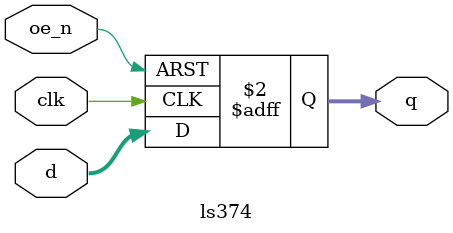
<source format=v>

/*     _____________
     _|             |_
a1  |_|1          14|_| VCC
     _|             |_                     
b1  |_|2          13|_| a4
     _|             |_
y1  |_|3          12|_| b4
     _|             |_
a2  |_|4          11|_| y4
     _|             |_
b2  |_|5          10|_| a3
     _|             |_
y2  |_|6           9|_| b3
     _|             |_
GND |_|7           8|_| y3
      |_____________|
*/

module ls08
(
	input  a1, a2, a3, a4,
	input  b1, b2, b3, b4,
	output y1, y2, y3, y4
);

assign y1 = a1 & b1;
assign y2 = a2 & b2;
assign y3 = a3 & b3;
assign y4 = a4 & b4;
	
endmodule

//74LS10 Chip pinout:
/*     _____________
     _|             |_
a1  |_|1          14|_| VCC
     _|             |_                     
b1  |_|2          13|_| c1
     _|             |_
a2  |_|3          12|_| y1
     _|             |_
b2  |_|4          11|_| a3
     _|             |_
c2  |_|5          10|_| b3
     _|             |_
y2  |_|6           9|_| c3
     _|             |_
GND |_|7           8|_| y3
      |_____________|
*/

module ls10
(
	input  a1, a2, a3,
	input  b1, b2, b3,
    input  c1, c2, c3,
	output y1, y2, y3
);

  assign y1 = ~(a1 & b1 & c1);
  assign y2 = ~(a2 & b2 & c2);
  assign y3 = ~(a3 & b3 & c3);
	
endmodule

//74LS42 Chip pinout:
/*     _____________
     _|             |_
0   |_|1          16|_| VCC
     _|             |_                     
1   |_|2          15|_| A  input
     _|             |_
2   |_|3          14|_| B  input
     _|             |_
3   |_|4          13|_| C  input
     _|             |_
4   |_|5          12|_| D  input
     _|             |_
5   |_|6          11|_| 9
     _|             |_
6   |_|7          10|_| 8
     _|             |_	 
GND |_|8           9|_| 7
      |_____________|
*/

module ls42
(
    input  [3:0] in,
  output reg [9:0] out
);
  // in = [DCBA]
  // out = [9876543210]
  
  always @ (*)
    case (in)
    	4'b0000: out = 10'b1111111110;
        4'b0001: out = 10'b1111111101;
        4'b0010: out = 10'b1111111011;
        4'b0011: out = 10'b1111110111;
        4'b0100: out = 10'b1111101111;
		4'b0101: out = 10'b1111011111;
        4'b0110: out = 10'b1110111111;
        4'b0111: out = 10'b1101111111;
        4'b1000: out = 10'b1011111111;
        4'b1001: out = 10'b0111111111;
        4'b1010: out = 10'b1111111111;
        4'b1011: out = 10'b1111111111;
        4'b1100: out = 10'b1111111111;
        4'b1101: out = 10'b1111111111;
        4'b1110: out = 10'b1111111111;
        4'b1111: out = 10'b1111111111;      
        default: out = 10'b1111111111;
    endcase
		
endmodule

//74LS74 Chip pinout:
/*        _____________
        _|             |_
n_clr1 |_|1          14|_| VCC
        _|             |_                     
d1     |_|2          13|_| n_clr2
        _|             |_
clk1   |_|3          12|_| d2
        _|             |_
n_pre1 |_|4          11|_| clk2
        _|             |_
q1     |_|5          10|_| n_pre2
        _|             |_
n_q1   |_|6           9|_| q2
        _|             |_
GND    |_|7           8|_| n_q2
         |_____________|
*/

module ls74
(
	input  pre_n,
	input  clr_n,
	input  clk,
	input  d,
	output reg q,
    output q_n
);

always @(posedge clk or negedge pre_n or negedge clr_n) begin
	if(!pre_n)
		q <= 1;
	else if(!clr_n)
		q <= 0;
	else
		q <= d;
end
assign q_n = ~q;

endmodule

module ls74_2
(
	input  pre_n,
	input  clr_n,
	input  clk,
	input  clk_en,
	input  d,
	output reg q,
    output q_n
);

always @(posedge clk or negedge pre_n or negedge clr_n) begin
	if(!pre_n)
		q <= 1;
	else if(!clr_n)
		q <= 0;
	else if(clk_en)
		q <= d;
end
assign q_n = ~q;

endmodule

//74LS107 Chip pinout:
/*     _____________
     _|             |_
1J  |_|1          14|_| VCC
     _|             |_                     
1nQ |_|2          13|_| 1nCLR
     _|             |_
1Q  |_|3          12|_| 1CK
     _|             |_
1K  |_|4          11|_| 2K
     _|             |_
2Q  |_|5          10|_| 2nCLR
     _|             |_
2nQ |_|6           9|_| 2CK
     _|             |_
GND |_|7           8|_| 2J
      |_____________|
*/

module ls107(
   input clr_n, 
   input clk, 
   input j, 
   input k, 
   output reg q, 
   output q_n
);

assign q_n=~q;
  always @(negedge clk or negedge clr_n) begin
	if (!clr_n) q<=1'b0; else
		case ({j, k})
		2'b00: q<=q;
		2'b01: q<=1'b0;
		2'b10: q<=1'b1;
		2'b11: q<=~q;
		endcase
  end
endmodule

//74LS138 Chip pinout
/*      _____________
      _|             |_
A    |_|1          16|_| VCC
      _|             |_                     
B    |_|2          15|_| Y0
      _|             |_
C    |_|3          14|_| Y1
      _|             |_
G_n2A|_|4          13|_| Y2
      _|             |_
G_n2B|_|5          12|_| Y3
      _|             |_
G1   |_|6          11|_| Y4
      _|             |_
Y7   |_|7          10|_| Y5
      _|             |_
GND  |_|8           9|_| Y6
       |_____________|
*/

module ls138 
(
  input G_n2A,
  input G_n2B,
  input G1,
  input [2:0] A,
  output reg [7:0] Y
);

  always @ (G_n2A,G_n2B,G1,A)
        begin
          if (!G_n2A && !G_n2B && G1) begin
            case (A)
              3'b000: Y[7:0]=8'b11111110;
              3'b001: Y[7:0]=8'b11111101;   
              3'b010: Y[7:0]=8'b11111011;
              3'b011: Y[7:0]=8'b11110111;    
              3'b100: Y[7:0]=8'b11101111;
              3'b101: Y[7:0]=8'b11011111;
              3'b110: Y[7:0]=8'b10111111;
              3'b111: Y[7:0]=8'b01111111;           
              default: Y[7:0]=8'bZZZZZZZZ;
        	endcase
          end else begin
            Y[7:0]=8'b11111111;
          end
		end
endmodule

//74LS139 Chip pinout:
/*      _____________
      _|             |_
1n_G |_|1          16|_| VCC
      _|             |_                     
1A   |_|2          15|_| 2n_G
      _|             |_
1B   |_|3          14|_| 2A
      _|             |_
1Y0  |_|4          13|_| 2B
      _|             |_
1Y1  |_|5          12|_| 2Y0
      _|             |_
1Y2  |_|6          11|_| 2Y1
      _|             |_
1Y3  |_|7          10|_| 2Y2
      _|             |_
GND  |_|8           9|_| 2Y3
       |_____________|
*/

module ls139
(
	input  		 a,
    input  		 b,
  	input  		 g_n,
  	output [3:0] y
);

  assign y = (!g_n && !a && !b) ? 4'b1110:
    (!g_n && a && !b)  ? 4'b1101:
    (!g_n && !a && b)  ? 4'b1011:
    (!g_n && a && b)   ? 4'b0111:
	4'b1111;
		
endmodule

//74LS157 Chip pinout:
/*       _____________
       _|             |_
s     |_|1          16|_| VCC
       _|             |_                     
i0(0) |_|2          15|_| e_n
       _|             |_
i1(0) |_|3          14|_| i0(2)
       _|             |_
z(0)  |_|4          13|_| i1(2)
       _|             |_
i0(1) |_|5          12|_| z(2)
       _|             |_
i1(1) |_|6          11|_| i0(3)
       _|             |_
z(1)  |_|7          10|_| i1(3)
       _|             |_
GND   |_|8           9|_| z(3)
        |_____________|
*/

module ls157 
(
	input  [3:0] i0,
	input  [3:0] i1,
	input        e_n,
	input        s,
	output [3:0] z
);

assign z = (!e_n && !s) ? i0:
	(!e_n && s)     ? i1:
	4'b0000;	
	
endmodule

//74LS161 Chip pinout:
/*        _____________
        _|             |_
clr_n  |_|1          16|_| VCC
        _|             |_                     
clk    |_|2          15|_| rco
        _|             |_
din(0) |_|3          14|_| q(0)
        _|             |_
din(1) |_|4          13|_| q(1)
        _|             |_
din(2) |_|5          12|_| q(2)
        _|             |_
din(3) |_|6          11|_| q(3)
        _|             |_
enp    |_|7          10|_| ent
        _|             |_
GND    |_|8           9|_| load_n
         |_____________|
*/

module ls161 //asynchronous reset/clear
(
	input        clr_n,
	input        clk,
	input  [3:0] din,
	input        enp, ent,
	input        load_n,
	output [3:0] q,
	output       rco
);

  reg [3:0] data = 4'b0;

always @(posedge clk or negedge clr_n) begin
	if(!clr_n)
		data <= 4'd0;
	else
		if(!load_n)
			data <= din;
		else if(enp && ent)
			data <= data + 4'd1;
end

assign q = data;
assign rco = data[0] & data[1] & data[2] & data[3] & ent;

endmodule

module ls161_2 //asynchronous reset/clear
(
	input        clr_n,
	input        clk,
	input        clk_en,	
	input  [3:0] din,
	input        enp, ent,
	input        load_n,
	output [3:0] q,
	output       rco
);

  reg [3:0] data = 4'b0;

always @(posedge clk or negedge clr_n) begin
	if(!clr_n)
		data <= 4'd0;
	else if (clk_en)
		if(!load_n)
			data <= din;
		else if(enp && ent)
			data <= data + 4'd1;
end

assign q = data;
assign rco = data[0] & data[1] & data[2] & data[3] & ent;

endmodule

//74LS163 Chip pinout:
/*        _____________
        _|             |_
n_clr  |_|1          16|_| VCC
        _|             |_                     
clk    |_|2          15|_| rco
        _|             |_
din(0) |_|3          14|_| q(0)
        _|             |_
din(1) |_|4          13|_| q(1)
        _|             |_
din(2) |_|5          12|_| q(2)
        _|             |_
din(3) |_|6          11|_| q(3)
        _|             |_
enp    |_|7          10|_| ent
        _|             |_
GND    |_|8           9|_| n_load
         |_____________|
*/

module ls163 //synchronous reset/clear
(
	input        n_clr,
	input        clk,
	input  [3:0] din,
	input        enp, ent,
	input        n_load,
	output [3:0] q,
	output       rco
);

  reg [3:0] data = 4'b0;

always @(posedge clk) begin
	if(!n_clr)
		data <= 4'd0;
	else
		if(!n_load)
			data <= din;
		else if(enp && ent)
			data <= data + 4'd1;
end

assign q = data;
assign rco = data[0] & data[1] & data[2] & data[3] & ent;

endmodule

//74LS164 Chip pinout:
/*            _____________
            _|             |_
serial in A|_|1          14|_| VCC
            _|             |_                     
serial in B|_|2          13|_| parra out H
            _|             |_
parra out A|_|3          12|_| parra out G
            _|             |_
parra out B|_|4          11|_| parra out F
            _|             |_
parra out C|_|5          10|_| parra out E
            _|             |_
parra out D|_|6           9|_| clr_n
            _|             |_
GND        |_|7           8|_| clk
             |_____________|
*/

module ls164
(
	input clr_n,
    input clk,
  	input [1:0] in,
    output reg [7:0] out	
);

reg [7:0]tmp = 8'b00000000;
wire in_and = (in[0] & in[1]);
  
always @(posedge clk or negedge clr_n)
if (!clr_n)
	out = 8'b00000001;//forced state
else
begin
  tmp = out<<1;
  out = {tmp[7:1],in_and};
end

endmodule

//74LS165 Chip pinout: NOT FULLY FUNCTIONAL (SAME AS 166 without CLEAR)
/*            _____________
            _|             |_
serial inp |_|1          16|_| VCC
            _|             |_                     
CLK        |_|2          15|_| CLK inhibit
            _|             |_
parra in E |_|3          14|_| parra in D
            _|             |_
parra in F |_|4          13|_| parra in C
            _|             |_
parra in G |_|5          12|_| parra in B
            _|             |_
parra in H |_|6          11|_| parra in A
            _|             |_
ser out_n  |_|7          10|_| serial input
            _|             |_
GND        |_|8           9|_| serial out
             |_____________|
*/

module ls165
(
    input clk,
    input load,
  	input [7:0] in,
    output out	
);
  
reg [7:0]tmp;

always @(posedge clk)
begin
	if (!load)
		tmp <= in;
	else
		tmp <= {tmp[6:0], 1'b0};
end
assign out = tmp[7];

endmodule

module ls165_2
(
    input clk,
    input clk_en,
    input load,
  	input [7:0] in,
    output out	
);
  
reg [7:0]tmp;

always @(posedge clk) begin
	if (clk_en)
		if (!load)
			tmp <= in;
		else
			tmp <= {tmp[6:0], 1'b0};
end
assign out = tmp[7];

endmodule

//74LS166 Chip pinout: NOT FULLY FUNCTIONAL
/*            _____________
            _|             |_
serial inp |_|1          16|_| VCC
            _|             |_                     
parra in A |_|2          15|_| shift/load
            _|             |_
parra in B |_|3          14|_| parra in H
            _|             |_
parra in C |_|4          13|_| serial output
            _|             |_
parra in D |_|5          12|_| parra in G
            _|             |_
CLK inhibit|_|6          11|_| parra in F
            _|             |_
CLK        |_|7          10|_| parra in E
            _|             |_
GND        |_|8           9|_| clear
             |_____________|
*/

module ls166
(
    input clk,
    input load,
  	input [7:0] in,
    output out	
);
  
reg [7:0]tmp;

always @(posedge clk)
begin
	if (!load)
		tmp <= in;
	else
		tmp <= {tmp[6:0], 1'b0};
end
assign out = tmp[7];

endmodule

//74LS174 Chip pinout:
/*      _____________
      _|             |_
mr   |_|1          16|_| VCC
      _|             |_                     
q(0) |_|2          15|_| q(5)
      _|             |_
d(0) |_|3          14|_| d(5)
      _|             |_
d(1) |_|4          13|_| d(4)
      _|             |_
q(1) |_|5          12|_| q(4)
      _|             |_
d(2) |_|6          11|_| d(3)
      _|             |_
q(2) |_|7          10|_| q(3)
      _|             |_
GND  |_|8           9|_| clk
       |_____________|
*/

module ls174 
(
	input  [5:0] d,
	input        clk,
	input        mr,
	output reg [5:0] q
);

always @(posedge clk or negedge mr) begin
	if(!mr)
		q <= 6'b000000;
	else
		q <= d;
end

endmodule

//74LS175 Chip pinout:
/*      _____________
      _|             |_
clr_n|_|1          16|_| VCC
      _|             |_                     
q1   |_|2          15|_| q4
      _|             |_
q1_n |_|3          14|_| q4_n
      _|             |_
d1   |_|4          13|_| d4
      _|             |_
d2   |_|5          12|_| d3
      _|             |_
q2_n |_|6          11|_| q3_n
      _|             |_
q2   |_|7          10|_| q3
      _|             |_
GND  |_|8           9|_| clk
       |_____________|
*/

module ls175 
(
	input  [3:0] d,
	input        clk,
	input        clr_n,
	output reg [3:0] q,
    output [3:0] q_n
);

always @(posedge clk or negedge clr_n) begin
	if(!clr_n)
		q <= 4'b0000;
	else
		q <= d;
end
assign q_n = ~q;

endmodule

//74LS251 Chip pinout:
/*       _____________  
       _|             |_
 D(3) |_|1          16|_| VCC
       _|             |_
 D(2) |_|2          15|_| D(4)
       _|             |_
 D(1) |_|3          14|_| D(5)
       _|             |_
 D(0) |_|4          13|_| D(6)
       _|             |_
   Y  |_|5          12|_| D(7)
       _|             |_
   W  |_|6          11|_| A
       _|             |_
   S  |_|7          10|_| B
       _|             |_
  GND |_|8           9|_| C
        |_____________|
*/

module ls251
(
  	input  [2:0] CBA,
  	input		 s,
  	input  [7:0] D,
	output reg 	 Y,W
);

  always @ (CBA,s)
        begin
          if (!s) begin
          	case (CBA)
            	3'b000: Y=D[0];
            	3'b001: Y=D[1];    
            	3'b010: Y=D[2];    
            	3'b011: Y=D[3];    
            	3'b100: Y=D[4];
            	3'b101: Y=D[5];
            	3'b110: Y=D[6];
            	3'b111: Y=D[7];            
          		default: Y=1'bZ;
        	endcase
            W <=!Y;
          end
  		  else begin
        		Y <= 1'bZ;
            	W <= 1'bZ;
    	  end
	end
endmodule

//74LS259 Chip pinout: //check if enable is active low
/*       _____________  
       _|             |_
 A    |_|1          16|_| VCC
       _|             |_
 B    |_|2          15|_| Cl
       _|             |_
 C    |_|3          14|_| En
       _|             |_
 Q0   |_|4          13|_| Din
       _|             |_
 Q1   |_|5          12|_| Q7
       _|             |_
 Q2   |_|6          11|_| Q6
       _|             |_
 Q3   |_|7          10|_| Q5
       _|             |_
  GND |_|8           9|_| Q4
        |_____________|
*/

module ls259
(
  	input  [2:0] A,
  	input		 E_n,
    input		 C_n,
  	input  		 D,
  	output reg [7:0] Q
);

    always @ (E_n,C_n,D)
        begin
          if (!C_n && E_n) begin
            Q[7:0] <= 8'b00000000;
          end
          else if (!C_n && !E_n && !D) begin
            Q[7:0] <= 8'b00000000;
          end
          else if (!C_n && !E_n && D) begin
            case (A)
              3'b000: Q[7:0]=8'b00000001;
              3'b001: Q[7:0]=8'b00000010;   
              3'b010: Q[7:0]=8'b00000100;
              3'b011: Q[7:0]=8'b00001000;    
              3'b100: Q[7:0]=8'b00010000;
              3'b101: Q[7:0]=8'b00100000;
              3'b110: Q[7:0]=8'b01000000;
              3'b111: Q[7:0]=8'b10000000;           
              default: Q[7:0]=8'bZZZZZZZZ;
        	endcase
          end
          else if (C_n && E_n) begin
          //no change
          end
          else if (C_n && !E_n) begin
            case (A)
              3'b000: Q[0]=D;
              3'b001: Q[1]=D;    
              3'b010: Q[2]=D;    
              3'b011: Q[3]=D;    
              3'b100: Q[4]=D;
              3'b101: Q[5]=D;
              3'b110: Q[6]=D;
              3'b111: Q[7]=D;            
              default: Q[7:0]=8'bZZZZZZZZ;
        	endcase          
          end
		end
endmodule

//74LS273 Chip pinout:
/*      _____________
      _|             |_
res  |_|1          20|_| VCC
      _|             |_                     
q(0) |_|2          19|_| q(7)
      _|             |_
d(0) |_|3          18|_| d(7)
      _|             |_
d(1) |_|4          17|_| d(6)
      _|             |_
q(1) |_|5          16|_| q(6)
      _|             |_
q(2) |_|6          15|_| q(5)
      _|             |_
d(2) |_|7          14|_| d(5)
      _|             |_
d(3) |_|8          13|_| d(4)
      _|             |_
q(3) |_|9          12|_| q(4)
      _|             |_
GND  |_|10         11|_| clk
       |_____________|
*/

module ls273
(
	input  [7:0] d,
	input        clk,
	input        res,
	output reg [7:0] q
);

always @(posedge clk or negedge res) begin
	if(!res)
		q <= 8'h00;
	else
		q <= d;
end

endmodule

//74LS283 Chip pinout:
/*        _____________
        _|             |_
sum(1) |_|1          16|_| VCC
        _|             |_                     
b(1)   |_|2          15|_| b(2)
        _|             |_
a(1)   |_|3          14|_| a(2)
        _|             |_
sum(0) |_|4          13|_| sum(2)
        _|             |_
a(0)   |_|5          12|_| a(3)
        _|             |_
b(0)   |_|6          11|_| b(3)
        _|             |_
c_in   |_|7          10|_| sum(3)
        _|             |_
GND    |_|8           9|_| c_out
         |_____________|
*/

module ls283
(
	input  [3:0] a,
	input  [3:0] b,
	input        c_in,
	output [3:0] sum,
	output       c_out
);

wire [4:0] sum_int;

assign sum_int = {1'b0, a} + {1'b0, b} + {4'b0000, c_in};
assign sum = sum_int[3:0];
assign c_out = sum_int[4];

endmodule

//74LS365 Chip pinout:
/*        _____________
        _|             |_
oe1_n  |_|1          16|_| VCC
        _|             |_                     
1A     |_|2          15|_| oe2_n
        _|             |_
1Y     |_|3          14|_| 6A
        _|             |_
2A     |_|4          13|_| 6Y
        _|             |_
2Y     |_|5          12|_| 5A
        _|             |_
3A     |_|6          11|_| 5Y
        _|             |_
3Y     |_|7          10|_| 4A
        _|             |_
GND    |_|8           9|_| 4Y
         |_____________|
*/

module ls365
(
	input  oe1_n, oe2_n,
	input  [5:0] a,
	output reg [5:0] y
);

always @(*) begin
	if(!oe1_n && !oe2_n)
		y <= a;
	else
		y <= 6'bZZZZZZ;
end

endmodule

//74LS366 Chip pinout:
/*        _____________
        _|             |_
oe1_n  |_|1          16|_| VCC
        _|             |_                     
1A     |_|2          15|_| oe2_n
        _|             |_
1Y     |_|3          14|_| 6A
        _|             |_
2A     |_|4          13|_| 6Y
        _|             |_
2Y     |_|5          12|_| 5A
        _|             |_
3A     |_|6          11|_| 5Y
        _|             |_
3Y     |_|7          10|_| 4A
        _|             |_
GND    |_|8           9|_| 4Y
         |_____________|
*/

module ls366
(
	input  oe1_n, oe2_n,
	input  [5:0] a,
	output reg [5:0] y
);

always @(*) begin
	if(!oe1_n && !oe2_n)
		y <= ~a;
	else
		y <= 6'bZZZZZZ;
end

endmodule

//74LS367 Chip pinout:
/*        _____________
        _|             |_
oe1_n  |_|1          16|_| VCC
        _|             |_                     
1A     |_|2          15|_| oe2_n
        _|             |_
1Y     |_|3          14|_| 6A
        _|             |_
2A     |_|4          13|_| 6Y
        _|             |_
2Y     |_|5          12|_| 5A
        _|             |_
3A     |_|6          11|_| 5Y
        _|             |_
3Y     |_|7          10|_| 4A
        _|             |_
GND    |_|8           9|_| 4Y
         |_____________|
*/

module ls367
(
	input  oe1_n, oe2_n,
	input  [5:0] a,
	output reg [5:0] y
);

always @(*) begin
	if(!oe1_n)
		y[3:0] <= a[3:0];
	else
		y [3:0]<= 4'bZZZZ;
	if(!oe2_n)
		y[5:4] <= a[5:4];
	else
		y [5:4]<= 2'bZZ;
end

endmodule

//74LS374 Chip pinout:
/*        _____________
        _|             |_
oe_n   |_|1          20|_| VCC
        _|             |_                     
1Q     |_|2          19|_| 8Q
        _|             |_
1D     |_|3          18|_| 8D
        _|             |_
2D     |_|4          17|_| 7D
        _|             |_
2Q     |_|5          16|_| 7Q
        _|             |_
3Q     |_|6          15|_| 6Q
        _|             |_
3D     |_|7          14|_| 6D
        _|             |_
4D     |_|8          13|_| 5D
        _|             |_
4Q     |_|9          12|_| 5Q
        _|             |_
GND    |_|10         11|_| clk
         |_____________|
*/

module ls374
(
	input  oe_n,
	input  clk,
	input  [7:0] d,
	output reg [7:0] q
);

always @(posedge clk or posedge oe_n) begin
	if(oe_n)
		q <= 8'bZZZZZZZZ;
	else
		q <= d;
end

endmodule

</source>
